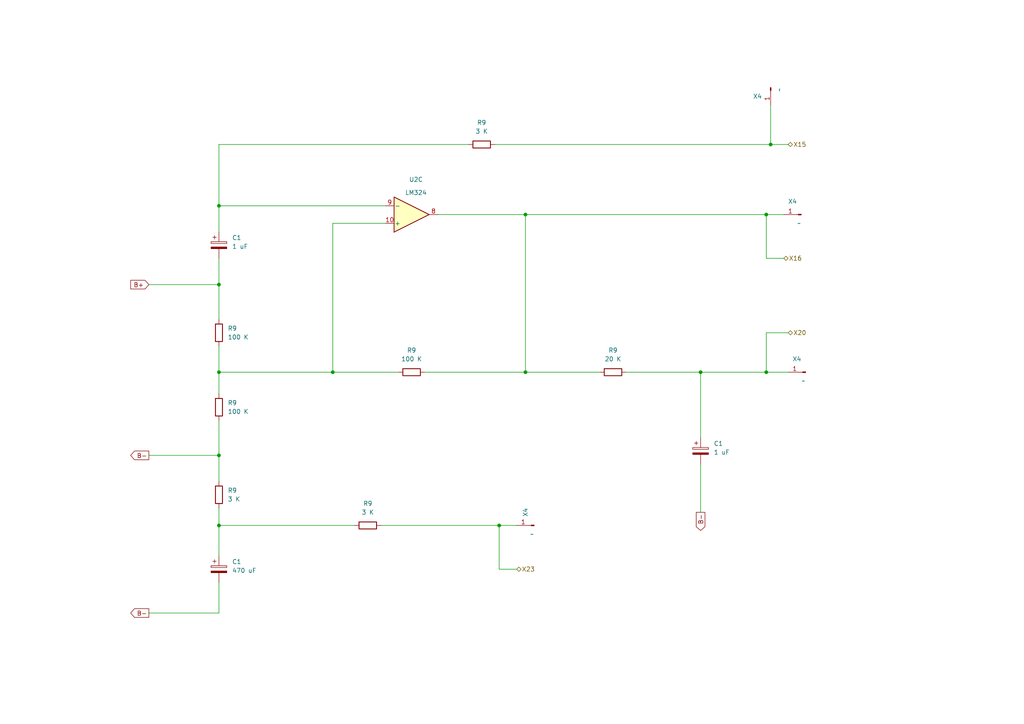
<source format=kicad_sch>
(kicad_sch (version 20230121) (generator eeschema)
  (paper "A4")
  (title_block (title "Low Frequency Oscillator") (rev "0.5") (company "http://musicfromouterspace.com/analogsynth_new/NOISETOASTER/NOISETOASTER.php") (comment 1 "Licence: CC-BY-NC-SA") (comment 2 "Original Design by Ray Wilson") (comment 3 "Music From Outer Space LLC"))
  (lib_symbols
    (symbol "Amplifier_Operational:LM324" (pin_names (offset 0.127))
      (property "Reference" "U" (at 0 5.08 0))
      (property "Value" "LM324" (at 0 -5.08 0))
      (symbol "LM324_1_1"
        (polyline (pts (xy -5.08 5.08) (xy 5.08 0) (xy -5.08 -5.08) (xy -5.08 5.08)) (stroke (width 0.254)) (fill (type background)))
        (pin output line (at 7.62 0 180) (length 2.54) (name "~") (number "1"))
        (pin input line (at -7.62 -2.54 0) (length 2.54) (name "-") (number "2"))
        (pin input line (at -7.62 2.54 0) (length 2.54) (name "+") (number "3"))
      )
      (symbol "LM324_2_1"
        (polyline (pts (xy -5.08 5.08) (xy 5.08 0) (xy -5.08 -5.08) (xy -5.08 5.08)) (stroke (width 0.254)) (fill (type background)))
        (pin input line (at -7.62 2.54 0) (length 2.54) (name "+") (number "5"))
        (pin input line (at -7.62 -2.54 0) (length 2.54) (name "-") (number "6"))
        (pin output line (at 7.62 0 180) (length 2.54) (name "~") (number "7"))
      )
      (symbol "LM324_3_1"
        (polyline (pts (xy -5.08 5.08) (xy 5.08 0) (xy -5.08 -5.08) (xy -5.08 5.08)) (stroke (width 0.254)) (fill (type background)))
        (pin input line (at -7.62 2.54 0) (length 2.54) (name "+") (number "10"))
        (pin output line (at 7.62 0 180) (length 2.54) (name "~") (number "8"))
        (pin input line (at -7.62 -2.54 0) (length 2.54) (name "-") (number "9"))
      )
      (symbol "LM324_4_1"
        (polyline (pts (xy -5.08 5.08) (xy 5.08 0) (xy -5.08 -5.08) (xy -5.08 5.08)) (stroke (width 0.254)) (fill (type background)))
        (pin input line (at -7.62 2.54 0) (length 2.54) (name "+") (number "12"))
        (pin input line (at -7.62 -2.54 0) (length 2.54) (name "-") (number "13"))
        (pin output line (at 7.62 0 180) (length 2.54) (name "~") (number "14"))
      )
      (symbol "LM324_5_1"
        (pin power_in line (at -2.54 -7.62 90) (length 3.81) (name "V-") (number "11"))
        (pin power_in line (at -2.54 7.62 270) (length 3.81) (name "V+") (number "4"))
      )
    )
    (symbol "Connector:Conn_01x01_Pin" (pin_names (offset 1.016) hide)
      (property "Reference" "J" (at 0 2.54 0))
      (property "Value" "Conn_01x01_Pin" (at 0 -2.54 0))
      (symbol "Conn_01x01_Pin_1_1"
        (polyline (pts (xy 1.27 0) (xy 0.8636 0)) (stroke (width 0.1524)))
        (rectangle (start 0.8636 0.127) (end 0 -0.127) (stroke (width 0.1524)) (fill (type outline)))
        (pin passive line (at 5.08 0 180) (length 3.81) (name "Pin_1") (number "1"))
      )
    )
    (symbol "Device:C_Polarized" (pin_numbers hide) (pin_names (offset 0.254))
      (property "Reference" "C" (at 0.635 2.54 0))
      (property "Value" "C_Polarized" (at 0.635 -2.54 0))
      (symbol "C_Polarized_0_1"
        (rectangle (start -2.286 0.508) (end 2.286 1.016))
        (polyline (pts (xy -1.778 2.286) (xy -0.762 2.286)))
        (polyline (pts (xy -1.27 2.794) (xy -1.27 1.778)))
        (rectangle (start 2.286 -0.508) (end -2.286 -1.016) (fill (type outline)))
      )
      (symbol "C_Polarized_1_1"
        (pin passive line (at 0 3.81 270) (length 2.794) (name "~") (number "1"))
        (pin passive line (at 0 -3.81 90) (length 2.794) (name "~") (number "2"))
      )
    )
    (symbol "Device:R" (pin_numbers hide) (pin_names (offset 0))
      (property "Reference" "R" (at 2.032 0 90))
      (property "Value" "R" (at 0 0 90))
      (symbol "R_0_1"
        (rectangle (start -1.016 -2.54) (end 1.016 2.54) (stroke (width 0.254)))
      )
      (symbol "R_1_1"
        (pin passive line (at 0 3.81 270) (length 1.27) (name "~") (number "1"))
        (pin passive line (at 0 -3.81 90) (length 1.27) (name "~") (number "2"))
      )
    )
  )
  (junction (at 152.4 62.23))
  (junction (at 144.78 152.4))
  (junction (at 203.2 107.95))
  (junction (at 222.25 62.23))
  (junction (at 63.5 59.69))
  (junction (at 96.52 107.95))
  (junction (at 223.52 41.91))
  (junction (at 63.5 82.55))
  (junction (at 63.5 152.4))
  (junction (at 63.5 107.95))
  (junction (at 63.5 132.08))
  (junction (at 152.4 107.95))
  (junction (at 222.25 107.95))
  (wire (pts (xy 143.51 41.91) (xy 223.52 41.91)))
  (wire (pts (xy 123.19 107.95) (xy 152.4 107.95)))
  (wire (pts (xy 222.25 74.93) (xy 222.25 62.23)))
  (wire (pts (xy 63.5 41.91) (xy 63.5 59.69)))
  (wire (pts (xy 203.2 107.95) (xy 222.25 107.95)))
  (wire (pts (xy 63.5 168.91) (xy 63.5 177.8)))
  (wire (pts (xy 222.25 62.23) (xy 227.33 62.23)))
  (wire (pts (xy 63.5 132.08) (xy 63.5 139.7)))
  (wire (pts (xy 149.86 165.1) (xy 144.78 165.1)))
  (wire (pts (xy 63.5 107.95) (xy 96.52 107.95)))
  (wire (pts (xy 227.33 74.93) (xy 222.25 74.93)))
  (wire (pts (xy 152.4 62.23) (xy 222.25 62.23)))
  (wire (pts (xy 63.5 82.55) (xy 63.5 92.71)))
  (wire (pts (xy 144.78 152.4) (xy 149.86 152.4)))
  (wire (pts (xy 63.5 152.4) (xy 63.5 161.29)))
  (wire (pts (xy 110.49 152.4) (xy 144.78 152.4)))
  (wire (pts (xy 144.78 165.1) (xy 144.78 152.4)))
  (wire (pts (xy 63.5 59.69) (xy 63.5 67.31)))
  (wire (pts (xy 96.52 107.95) (xy 115.57 107.95)))
  (wire (pts (xy 43.18 132.08) (xy 63.5 132.08)))
  (wire (pts (xy 181.61 107.95) (xy 203.2 107.95)))
  (wire (pts (xy 203.2 107.95) (xy 203.2 127)))
  (wire (pts (xy 43.18 82.55) (xy 63.5 82.55)))
  (wire (pts (xy 152.4 62.23) (xy 152.4 107.95)))
  (wire (pts (xy 96.52 64.77) (xy 96.52 107.95)))
  (wire (pts (xy 222.25 107.95) (xy 228.6 107.95)))
  (wire (pts (xy 173.99 107.95) (xy 152.4 107.95)))
  (wire (pts (xy 63.5 177.8) (xy 43.18 177.8)))
  (wire (pts (xy 228.6 41.91) (xy 223.52 41.91)))
  (wire (pts (xy 63.5 107.95) (xy 63.5 114.3)))
  (wire (pts (xy 63.5 152.4) (xy 102.87 152.4)))
  (wire (pts (xy 111.76 64.77) (xy 96.52 64.77)))
  (wire (pts (xy 222.25 96.52) (xy 222.25 107.95)))
  (wire (pts (xy 222.25 96.52) (xy 228.6 96.52)))
  (wire (pts (xy 63.5 147.32) (xy 63.5 152.4)))
  (wire (pts (xy 127 62.23) (xy 152.4 62.23)))
  (wire (pts (xy 63.5 100.33) (xy 63.5 107.95)))
  (wire (pts (xy 203.2 134.62) (xy 203.2 148.59)))
  (wire (pts (xy 63.5 74.93) (xy 63.5 82.55)))
  (wire (pts (xy 63.5 121.92) (xy 63.5 132.08)))
  (wire (pts (xy 135.89 41.91) (xy 63.5 41.91)))
  (wire (pts (xy 223.52 30.48) (xy 223.52 41.91)))
  (wire (pts (xy 63.5 59.69) (xy 111.76 59.69)))
  (global_label "B-" (shape output) (at 43.18 132.08 180) (property "Intersheetrefs" "${INTERSHEET_REFS}" (effects hide)))
  (global_label "B-" (shape output) (at 203.2 148.59 270) (property "Intersheetrefs" "${INTERSHEET_REFS}" (effects hide)))
  (global_label "B-" (shape output) (at 43.18 177.8 180) (property "Intersheetrefs" "${INTERSHEET_REFS}" (effects hide)))
  (global_label "B+" (shape input) (at 43.18 82.55 180) (property "Intersheetrefs" "${INTERSHEET_REFS}" (effects hide)))
  (hierarchical_label "X15" (shape bidirectional) (at 228.6 41.91 0))
  (hierarchical_label "X23" (shape bidirectional) (at 149.86 165.1 0))
  (hierarchical_label "X16" (shape bidirectional) (at 227.33 74.93 0))
  (hierarchical_label "X20" (shape bidirectional) (at 228.6 96.52 0))
  (symbol (lib_id "Device:R") (at 106.68 152.4 90) (unit 1)
    (property "Reference" "R9" (at 106.68 146.05 90))
    (property "Value" "3 K" (at 106.68 148.59 90))
    (instances (project "Noise Toaster PCB" (path "" (reference "R9") (unit 1)) (path "" (reference "R57") (unit 1)) (path "" (reference "R57") (unit 1)) (path "" (reference "R65") (unit 1))))
  )
  (symbol (lib_id "Device:R") (at 63.5 118.11 180) (unit 1)
    (property "Reference" "R9" (at 66.04 116.84 0) (effects (justify right)))
    (property "Value" "100 K" (at 66.04 119.38 0) (effects (justify right)))
    (instances (project "Noise Toaster PCB" (path "" (reference "R9") (unit 1)) (path "" (reference "R57") (unit 1)) (path "" (reference "R57") (unit 1)) (path "" (reference "R55") (unit 1))))
  )
  (symbol (lib_id "Connector:Conn_01x01_Pin") (at 233.68 107.95 180) (unit 1)
    (property "Reference" "X4" (at 231.14 104.14 0))
    (property "Value" "~" (at 233.045 110.49 0))
    (instances (project "Noise Toaster PCB" (path "" (reference "X4") (unit 1)) (path "" (reference "X2") (unit 1)) (path "" (reference "X20") (unit 1))))
  )
  (symbol (lib_id "Device:R") (at 63.5 96.52 180) (unit 1)
    (property "Reference" "R9" (at 66.04 95.25 0) (effects (justify right)))
    (property "Value" "100 K" (at 66.04 97.79 0) (effects (justify right)))
    (instances (project "Noise Toaster PCB" (path "" (reference "R9") (unit 1)) (path "" (reference "R57") (unit 1)) (path "" (reference "R57") (unit 1)) (path "" (reference "R59") (unit 1))))
  )
  (symbol (lib_id "Device:R") (at 119.38 107.95 90) (unit 1)
    (property "Reference" "R9" (at 119.38 101.6 90))
    (property "Value" "100 K" (at 119.38 104.14 90))
    (instances (project "Noise Toaster PCB" (path "" (reference "R9") (unit 1)) (path "" (reference "R57") (unit 1)) (path "" (reference "R57") (unit 1)) (path "" (reference "R60") (unit 1))))
  )
  (symbol (lib_id "Connector:Conn_01x01_Pin") (at 232.41 62.23 180) (unit 1)
    (property "Reference" "X4" (at 229.87 58.42 0))
    (property "Value" "~" (at 231.775 64.77 0))
    (instances (project "Noise Toaster PCB" (path "" (reference "X4") (unit 1)) (path "" (reference "X2") (unit 1)) (path "" (reference "X16") (unit 1))))
  )
  (symbol (lib_id "Device:C_Polarized") (at 203.2 130.81 0) (unit 1)
    (property "Reference" "C1" (at 207.01 128.651 0) (effects (justify left)))
    (property "Value" "1 uF" (at 207.01 131.191 0) (effects (justify left)))
    (instances (project "Noise Toaster PCB" (path "" (reference "C1") (unit 1)) (path "" (reference "C18") (unit 1)) (path "" (reference "C19") (unit 1))))
  )
  (symbol (lib_id "Connector:Conn_01x01_Pin") (at 223.52 25.4 270) (unit 1)
    (property "Reference" "X4" (at 219.71 27.94 90))
    (property "Value" "~" (at 226.06 26.035 0))
    (instances (project "Noise Toaster PCB" (path "" (reference "X4") (unit 1)) (path "" (reference "X2") (unit 1)) (path "" (reference "X15") (unit 1))))
  )
  (symbol (lib_id "Connector:Conn_01x01_Pin") (at 154.94 152.4 180) (unit 1)
    (property "Reference" "X4" (at 152.4 148.59 90))
    (property "Value" "~" (at 154.305 154.94 0))
    (instances (project "Noise Toaster PCB" (path "" (reference "X4") (unit 1)) (path "" (reference "X2") (unit 1)) (path "" (reference "X23") (unit 1))))
  )
  (symbol (lib_id "Device:R") (at 139.7 41.91 90) (unit 1)
    (property "Reference" "R9" (at 139.7 35.56 90))
    (property "Value" "3 K" (at 139.7 38.1 90))
    (instances (project "Noise Toaster PCB" (path "" (reference "R9") (unit 1)) (path "" (reference "R57") (unit 1)) (path "" (reference "R57") (unit 1)) (path "" (reference "R48") (unit 1))))
  )
  (symbol (lib_id "Device:C_Polarized") (at 63.5 165.1 0) (unit 1)
    (property "Reference" "C1" (at 67.31 162.941 0) (effects (justify left)))
    (property "Value" "470 uF" (at 67.31 165.481 0) (effects (justify left)))
    (instances (project "Noise Toaster PCB" (path "" (reference "C1") (unit 1)) (path "" (reference "C18") (unit 1)) (path "" (reference "C26") (unit 1))))
  )
  (symbol (lib_id "Device:R") (at 63.5 143.51 180) (unit 1)
    (property "Reference" "R9" (at 66.04 142.24 0) (effects (justify right)))
    (property "Value" "3 K" (at 66.04 144.78 0) (effects (justify right)))
    (instances (project "Noise Toaster PCB" (path "" (reference "R9") (unit 1)) (path "" (reference "R57") (unit 1)) (path "" (reference "R57") (unit 1)) (path "" (reference "R70") (unit 1))))
  )
  (symbol (lib_id "Device:C_Polarized") (at 63.5 71.12 0) (unit 1)
    (property "Reference" "C1" (at 67.31 68.961 0) (effects (justify left)))
    (property "Value" "1 uF" (at 67.31 71.501 0) (effects (justify left)))
    (instances (project "Noise Toaster PCB" (path "" (reference "C1") (unit 1)) (path "" (reference "C18") (unit 1)) (path "" (reference "C16") (unit 1))))
  )
  (symbol (lib_id "Device:R") (at 177.8 107.95 90) (unit 1)
    (property "Reference" "R9" (at 177.8 101.6 90))
    (property "Value" "20 K" (at 177.8 104.14 90))
    (instances (project "Noise Toaster PCB" (path "" (reference "R9") (unit 1)) (path "" (reference "R57") (unit 1)) (path "" (reference "R57") (unit 1)) (path "" (reference "R56") (unit 1))))
  )
  (symbol (lib_id "Amplifier_Operational:LM324") (at 119.38 62.23 0) (mirror x) (unit 3)
    (property "Reference" "U2" (at 120.65 52.07 0))
    (property "Value" "LM324" (at 120.65 55.88 0))
    (property "Datasheet" "http://www.ti.com/lit/ds/symlink/lm2902-n.pdf" (effects hide))
  )
)
</source>
